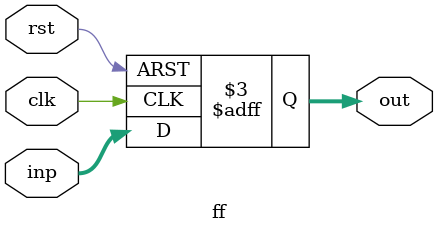
<source format=sv>
module ff(clk, rst, inp, out);
    input  logic clk;
    input  logic rst;
    input  logic [31: 0]inp;
    output logic [31: 0]out;

    always_ff @(posedge clk or negedge rst) begin
        if (!rst) begin
            out <= 32'h0;
        end
        else begin
            out <= inp;
        end
    end

endmodule
</source>
